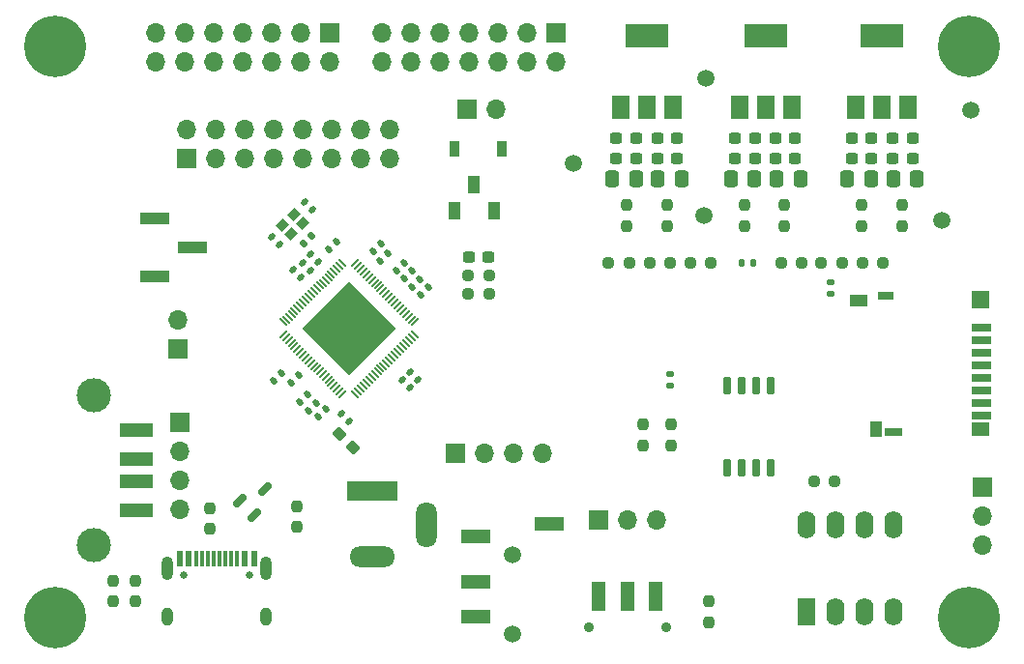
<source format=gbr>
%TF.GenerationSoftware,KiCad,Pcbnew,7.0.1*%
%TF.CreationDate,2024-02-21T01:36:57-05:00*%
%TF.ProjectId,12-30-23-Teacup.kicad_pcb-revC,31322d33-302d-4323-932d-546561637570,B*%
%TF.SameCoordinates,Original*%
%TF.FileFunction,Soldermask,Top*%
%TF.FilePolarity,Negative*%
%FSLAX46Y46*%
G04 Gerber Fmt 4.6, Leading zero omitted, Abs format (unit mm)*
G04 Created by KiCad (PCBNEW 7.0.1) date 2024-02-21 01:36:57*
%MOMM*%
%LPD*%
G01*
G04 APERTURE LIST*
G04 Aperture macros list*
%AMRoundRect*
0 Rectangle with rounded corners*
0 $1 Rounding radius*
0 $2 $3 $4 $5 $6 $7 $8 $9 X,Y pos of 4 corners*
0 Add a 4 corners polygon primitive as box body*
4,1,4,$2,$3,$4,$5,$6,$7,$8,$9,$2,$3,0*
0 Add four circle primitives for the rounded corners*
1,1,$1+$1,$2,$3*
1,1,$1+$1,$4,$5*
1,1,$1+$1,$6,$7*
1,1,$1+$1,$8,$9*
0 Add four rect primitives between the rounded corners*
20,1,$1+$1,$2,$3,$4,$5,0*
20,1,$1+$1,$4,$5,$6,$7,0*
20,1,$1+$1,$6,$7,$8,$9,0*
20,1,$1+$1,$8,$9,$2,$3,0*%
%AMRotRect*
0 Rectangle, with rotation*
0 The origin of the aperture is its center*
0 $1 length*
0 $2 width*
0 $3 Rotation angle, in degrees counterclockwise*
0 Add horizontal line*
21,1,$1,$2,0,0,$3*%
G04 Aperture macros list end*
%ADD10RoundRect,0.237500X0.300000X0.237500X-0.300000X0.237500X-0.300000X-0.237500X0.300000X-0.237500X0*%
%ADD11RoundRect,0.237500X-0.300000X-0.237500X0.300000X-0.237500X0.300000X0.237500X-0.300000X0.237500X0*%
%ADD12C,0.900000*%
%ADD13R,1.250000X2.500000*%
%ADD14RoundRect,0.135000X-0.185000X0.135000X-0.185000X-0.135000X0.185000X-0.135000X0.185000X0.135000X0*%
%ADD15C,1.500000*%
%ADD16RoundRect,0.140000X-0.219203X-0.021213X-0.021213X-0.219203X0.219203X0.021213X0.021213X0.219203X0*%
%ADD17R,1.500000X2.000000*%
%ADD18R,3.800000X2.000000*%
%ADD19C,0.800000*%
%ADD20C,5.400000*%
%ADD21RoundRect,0.250000X-0.337500X-0.475000X0.337500X-0.475000X0.337500X0.475000X-0.337500X0.475000X0*%
%ADD22RoundRect,0.150000X0.150000X-0.650000X0.150000X0.650000X-0.150000X0.650000X-0.150000X-0.650000X0*%
%ADD23R,1.000000X1.600000*%
%ADD24RoundRect,0.140000X0.219203X0.021213X0.021213X0.219203X-0.219203X-0.021213X-0.021213X-0.219203X0*%
%ADD25RoundRect,0.237500X0.237500X-0.250000X0.237500X0.250000X-0.237500X0.250000X-0.237500X-0.250000X0*%
%ADD26R,1.700000X1.700000*%
%ADD27O,1.700000X1.700000*%
%ADD28RoundRect,0.250000X0.337500X0.475000X-0.337500X0.475000X-0.337500X-0.475000X0.337500X-0.475000X0*%
%ADD29RoundRect,0.237500X-0.250000X-0.237500X0.250000X-0.237500X0.250000X0.237500X-0.250000X0.237500X0*%
%ADD30RoundRect,0.140000X0.021213X-0.219203X0.219203X-0.021213X-0.021213X0.219203X-0.219203X0.021213X0*%
%ADD31R,0.950000X1.400000*%
%ADD32R,1.750000X0.700000*%
%ADD33R,1.000000X1.450000*%
%ADD34R,1.550000X1.000000*%
%ADD35R,1.500000X0.800000*%
%ADD36R,1.500000X1.300000*%
%ADD37R,1.500000X1.500000*%
%ADD38R,1.400000X0.800000*%
%ADD39C,0.650000*%
%ADD40R,0.600000X1.450000*%
%ADD41R,0.300000X1.450000*%
%ADD42O,1.000000X2.100000*%
%ADD43O,1.000000X1.600000*%
%ADD44R,2.510000X1.000000*%
%ADD45R,2.500000X1.200000*%
%ADD46RoundRect,0.150000X-0.256326X-0.468458X0.468458X0.256326X0.256326X0.468458X-0.468458X-0.256326X0*%
%ADD47RoundRect,0.237500X0.250000X0.237500X-0.250000X0.237500X-0.250000X-0.237500X0.250000X-0.237500X0*%
%ADD48RoundRect,0.140000X-0.021213X0.219203X-0.219203X0.021213X0.021213X-0.219203X0.219203X-0.021213X0*%
%ADD49RotRect,0.150000X0.850000X45.000000*%
%ADD50RotRect,0.150000X0.850000X315.000000*%
%ADD51RotRect,5.800000X5.800000X315.000000*%
%ADD52RoundRect,0.237500X-0.237500X0.250000X-0.237500X-0.250000X0.237500X-0.250000X0.237500X0.250000X0*%
%ADD53RoundRect,0.140000X0.170000X-0.140000X0.170000X0.140000X-0.170000X0.140000X-0.170000X-0.140000X0*%
%ADD54R,3.000000X1.250000*%
%ADD55C,3.000000*%
%ADD56RoundRect,0.237500X-0.380070X0.044194X0.044194X-0.380070X0.380070X-0.044194X-0.044194X0.380070X0*%
%ADD57R,1.600000X2.400000*%
%ADD58O,1.600000X2.400000*%
%ADD59RotRect,0.900000X0.800000X45.000000*%
%ADD60R,4.400000X1.800000*%
%ADD61O,4.000000X1.800000*%
%ADD62O,1.800000X4.000000*%
%ADD63RoundRect,0.135000X0.035355X-0.226274X0.226274X-0.035355X-0.035355X0.226274X-0.226274X0.035355X0*%
%ADD64RoundRect,0.140000X-0.140000X-0.170000X0.140000X-0.170000X0.140000X0.170000X-0.140000X0.170000X0*%
G04 APERTURE END LIST*
D10*
%TO.C,C19*%
X202922500Y-73419999D03*
X201197500Y-73419999D03*
%TD*%
D11*
%TO.C,C2*%
X217737500Y-64800000D03*
X219462500Y-64800000D03*
%TD*%
D12*
%TO.C,SW2*%
X211700000Y-105900000D03*
X218500000Y-105900000D03*
D13*
X212600000Y-103150000D03*
X215100000Y-103150000D03*
X217600000Y-103150000D03*
%TD*%
D14*
%TO.C,R22*%
X232910000Y-75600000D03*
X232910000Y-76620000D03*
%TD*%
D15*
%TO.C,TP8*%
X245200000Y-60600000D03*
%TD*%
D16*
%TO.C,C20*%
X183951922Y-71693954D03*
X184630744Y-72372776D03*
%TD*%
D17*
%TO.C,U2*%
X224900000Y-60350000D03*
X227200000Y-60350000D03*
D18*
X227200000Y-54050000D03*
D17*
X229500000Y-60350000D03*
%TD*%
D19*
%TO.C,H4*%
X242975000Y-55000000D03*
X243568109Y-53568109D03*
X243568109Y-56431891D03*
X245000000Y-52975000D03*
D20*
X245000000Y-55000000D03*
D19*
X245000000Y-57025000D03*
X246431891Y-53568109D03*
X246431891Y-56431891D03*
X247025000Y-55000000D03*
%TD*%
D21*
%TO.C,C1*%
X217762500Y-66600000D03*
X219837500Y-66600000D03*
%TD*%
D22*
%TO.C,U4*%
X223860000Y-91900000D03*
X225130000Y-91900000D03*
X226400000Y-91900000D03*
X227670000Y-91900000D03*
X227670000Y-84700000D03*
X226400000Y-84700000D03*
X225130000Y-84700000D03*
X223860000Y-84700000D03*
%TD*%
D23*
%TO.C,S1*%
X199925000Y-69375000D03*
X201675000Y-67075000D03*
X203425000Y-69375000D03*
%TD*%
D15*
%TO.C,TP6*%
X242600000Y-70200000D03*
%TD*%
D24*
%TO.C,C37*%
X186529411Y-75209411D03*
X185850589Y-74530589D03*
%TD*%
D25*
%TO.C,R2*%
X218600000Y-70712500D03*
X218600000Y-68887500D03*
%TD*%
%TO.C,R3*%
X215000000Y-70712500D03*
X215000000Y-68887500D03*
%TD*%
D19*
%TO.C,H3*%
X242975000Y-105000000D03*
X243568109Y-103568109D03*
X243568109Y-106431891D03*
X245000000Y-102975000D03*
D20*
X245000000Y-105000000D03*
D19*
X245000000Y-107025000D03*
X246431891Y-103568109D03*
X246431891Y-106431891D03*
X247025000Y-105000000D03*
%TD*%
D26*
%TO.C,J12*%
X200010000Y-90590000D03*
D27*
X202550000Y-90590000D03*
X205090000Y-90590000D03*
X207630000Y-90590000D03*
%TD*%
D28*
%TO.C,C16*%
X240437500Y-66600000D03*
X238362500Y-66600000D03*
%TD*%
D29*
%TO.C,R18*%
X220587500Y-73987500D03*
X222412500Y-73987500D03*
%TD*%
D16*
%TO.C,C21*%
X186855224Y-68612939D03*
X187534046Y-69291761D03*
%TD*%
%TO.C,C38*%
X196100589Y-83500589D03*
X196779411Y-84179411D03*
%TD*%
D26*
%TO.C,J7*%
X208825000Y-53825000D03*
D27*
X208825000Y-56365000D03*
X206285000Y-53825000D03*
X206285000Y-56365000D03*
X203745000Y-53825000D03*
X203745000Y-56365000D03*
X201205000Y-53825000D03*
X201205000Y-56365000D03*
X198665000Y-53825000D03*
X198665000Y-56365000D03*
X196125000Y-53825000D03*
X196125000Y-56365000D03*
X193585000Y-53825000D03*
X193585000Y-56365000D03*
%TD*%
D29*
%TO.C,R17*%
X228537500Y-73987500D03*
X230362500Y-73987500D03*
%TD*%
D10*
%TO.C,C18*%
X240062500Y-63000000D03*
X238337500Y-63000000D03*
%TD*%
D25*
%TO.C,R8*%
X235600000Y-70712500D03*
X235600000Y-68887500D03*
%TD*%
D30*
%TO.C,C25*%
X188960589Y-72739411D03*
X189639411Y-72060589D03*
%TD*%
D31*
%TO.C,S2*%
X199950000Y-63975000D03*
X204100000Y-63975000D03*
%TD*%
D24*
%TO.C,C30*%
X188039411Y-73889411D03*
X187360589Y-73210589D03*
%TD*%
D29*
%TO.C,R15*%
X235662500Y-73987500D03*
X237487500Y-73987500D03*
%TD*%
D32*
%TO.C,J2*%
X246110000Y-79645000D03*
X246110000Y-80745000D03*
X246110000Y-81845000D03*
X246110000Y-82945000D03*
X246110000Y-84045000D03*
X246110000Y-85145000D03*
X246110000Y-86245000D03*
X246110000Y-87345000D03*
D33*
X236885000Y-88470000D03*
D34*
X235310000Y-77245000D03*
D35*
X238385000Y-88795000D03*
D36*
X245985000Y-88545000D03*
D37*
X245985000Y-77195000D03*
D38*
X237735000Y-76845000D03*
%TD*%
D39*
%TO.C,J1*%
X176252500Y-101267500D03*
X182032500Y-101267500D03*
D40*
X175892500Y-99822500D03*
X176692500Y-99822500D03*
D41*
X177892500Y-99822500D03*
X178892500Y-99822500D03*
X179392500Y-99822500D03*
X180392500Y-99822500D03*
D40*
X181592500Y-99822500D03*
X182392500Y-99822500D03*
X182392500Y-99822500D03*
X181592500Y-99822500D03*
D41*
X180892500Y-99822500D03*
X179892500Y-99822500D03*
X178392500Y-99822500D03*
X177392500Y-99822500D03*
D40*
X176692500Y-99822500D03*
X175892500Y-99822500D03*
D42*
X174822500Y-100737500D03*
D43*
X174822500Y-104917500D03*
D42*
X183462500Y-100737500D03*
D43*
X183462500Y-104917500D03*
%TD*%
D11*
%TO.C,C15*%
X234737500Y-63000000D03*
X236462500Y-63000000D03*
%TD*%
D44*
%TO.C,J15*%
X173745000Y-70085000D03*
X177055000Y-72625000D03*
X173745000Y-75165000D03*
%TD*%
D15*
%TO.C,J10*%
X205030000Y-106495000D03*
X205030000Y-99495000D03*
D45*
X201780000Y-101895000D03*
X201780000Y-104895000D03*
X208280000Y-96795000D03*
X201780000Y-97895000D03*
%TD*%
D10*
%TO.C,C5*%
X215862500Y-64800000D03*
X214137500Y-64800000D03*
%TD*%
D15*
%TO.C,TP1*%
X221800000Y-69800000D03*
%TD*%
D46*
%TO.C,D1*%
X181119581Y-94736917D03*
X182463083Y-96080419D03*
X183400000Y-93800000D03*
%TD*%
D10*
%TO.C,C12*%
X226262500Y-63000000D03*
X224537500Y-63000000D03*
%TD*%
D47*
%TO.C,R19*%
X218862500Y-73987500D03*
X217037500Y-73987500D03*
%TD*%
D48*
%TO.C,C43*%
X188689411Y-86760589D03*
X188010589Y-87439411D03*
%TD*%
%TO.C,C44*%
X184789411Y-83610589D03*
X184110589Y-84289411D03*
%TD*%
D49*
%TO.C,IC1*%
X190151992Y-73954757D03*
X189904505Y-74202245D03*
X189657017Y-74449732D03*
X189409530Y-74697220D03*
X189162043Y-74944707D03*
X188914555Y-75192194D03*
X188667068Y-75439682D03*
X188419581Y-75687169D03*
X188172093Y-75934656D03*
X187924606Y-76182144D03*
X187677119Y-76429631D03*
X187429631Y-76677119D03*
X187182144Y-76924606D03*
X186934656Y-77172093D03*
X186687169Y-77419581D03*
X186439682Y-77667068D03*
X186192194Y-77914555D03*
X185944707Y-78162043D03*
X185697220Y-78409530D03*
X185449732Y-78657017D03*
X185202245Y-78904505D03*
X184954757Y-79151992D03*
D50*
X184954757Y-80248008D03*
X185202245Y-80495495D03*
X185449732Y-80742983D03*
X185697220Y-80990470D03*
X185944707Y-81237957D03*
X186192194Y-81485445D03*
X186439682Y-81732932D03*
X186687169Y-81980419D03*
X186934656Y-82227907D03*
X187182144Y-82475394D03*
X187429631Y-82722881D03*
X187677119Y-82970369D03*
X187924606Y-83217856D03*
X188172093Y-83465344D03*
X188419581Y-83712831D03*
X188667068Y-83960318D03*
X188914555Y-84207806D03*
X189162043Y-84455293D03*
X189409530Y-84702780D03*
X189657017Y-84950268D03*
X189904505Y-85197755D03*
X190151992Y-85445243D03*
D49*
X191248008Y-85445243D03*
X191495495Y-85197755D03*
X191742983Y-84950268D03*
X191990470Y-84702780D03*
X192237957Y-84455293D03*
X192485445Y-84207806D03*
X192732932Y-83960318D03*
X192980419Y-83712831D03*
X193227907Y-83465344D03*
X193475394Y-83217856D03*
X193722881Y-82970369D03*
X193970369Y-82722881D03*
X194217856Y-82475394D03*
X194465344Y-82227907D03*
X194712831Y-81980419D03*
X194960318Y-81732932D03*
X195207806Y-81485445D03*
X195455293Y-81237957D03*
X195702780Y-80990470D03*
X195950268Y-80742983D03*
X196197755Y-80495495D03*
X196445243Y-80248008D03*
D50*
X196445243Y-79151992D03*
X196197755Y-78904505D03*
X195950268Y-78657017D03*
X195702780Y-78409530D03*
X195455293Y-78162043D03*
X195207806Y-77914555D03*
X194960318Y-77667068D03*
X194712831Y-77419581D03*
X194465344Y-77172093D03*
X194217856Y-76924606D03*
X193970369Y-76677119D03*
X193722881Y-76429631D03*
X193475394Y-76182144D03*
X193227907Y-75934656D03*
X192980419Y-75687169D03*
X192732932Y-75439682D03*
X192485445Y-75192194D03*
X192237957Y-74944707D03*
X191990470Y-74697220D03*
X191742983Y-74449732D03*
X191495495Y-74202245D03*
X191248008Y-73954757D03*
D51*
X190700000Y-79700000D03*
%TD*%
D52*
%TO.C,R13*%
X218900000Y-88087500D03*
X218900000Y-89912500D03*
%TD*%
D47*
%TO.C,R16*%
X233912500Y-73987500D03*
X232087500Y-73987500D03*
%TD*%
D26*
%TO.C,J6*%
X189025000Y-53825000D03*
D27*
X189025000Y-56365000D03*
X186485000Y-53825000D03*
X186485000Y-56365000D03*
X183945000Y-53825000D03*
X183945000Y-56365000D03*
X181405000Y-53825000D03*
X181405000Y-56365000D03*
X178865000Y-53825000D03*
X178865000Y-56365000D03*
X176325000Y-53825000D03*
X176325000Y-56365000D03*
X173785000Y-53825000D03*
X173785000Y-56365000D03*
%TD*%
D25*
%TO.C,R1*%
X170050000Y-103622500D03*
X170050000Y-101797500D03*
%TD*%
D17*
%TO.C,U3*%
X235090000Y-60350000D03*
X237390000Y-60350000D03*
D18*
X237390000Y-54050000D03*
D17*
X239690000Y-60350000D03*
%TD*%
D47*
%TO.C,R11*%
X202972500Y-75020000D03*
X201147500Y-75020000D03*
%TD*%
D19*
%TO.C,H1*%
X162975000Y-105000000D03*
X163568109Y-103568109D03*
X163568109Y-106431891D03*
X165000000Y-102975000D03*
D20*
X165000000Y-105000000D03*
D19*
X165000000Y-107025000D03*
X166431891Y-103568109D03*
X166431891Y-106431891D03*
X167025000Y-105000000D03*
%TD*%
D21*
%TO.C,C13*%
X234362500Y-66600000D03*
X236437500Y-66600000D03*
%TD*%
D48*
%TO.C,C39*%
X187109411Y-85450589D03*
X186430589Y-86129411D03*
%TD*%
D15*
%TO.C,TP2*%
X210400000Y-65200000D03*
%TD*%
D17*
%TO.C,U1*%
X214500000Y-60350000D03*
X216800000Y-60350000D03*
D18*
X216800000Y-54050000D03*
D17*
X219100000Y-60350000D03*
%TD*%
D11*
%TO.C,C9*%
X228037500Y-63000000D03*
X229762500Y-63000000D03*
%TD*%
D26*
%TO.C,J5*%
X246170000Y-93570000D03*
D27*
X246170000Y-96110000D03*
X246170000Y-98650000D03*
%TD*%
D53*
%TO.C,C23*%
X218800000Y-84680000D03*
X218800000Y-83720000D03*
%TD*%
D26*
%TO.C,J4*%
X176525000Y-64775000D03*
D27*
X176525000Y-62235000D03*
X179065000Y-64775000D03*
X179065000Y-62235000D03*
X181605000Y-64775000D03*
X181605000Y-62235000D03*
X184145000Y-64775000D03*
X184145000Y-62235000D03*
X186685000Y-64775000D03*
X186685000Y-62235000D03*
X189225000Y-64775000D03*
X189225000Y-62235000D03*
X191765000Y-64775000D03*
X191765000Y-62235000D03*
X194305000Y-64775000D03*
X194305000Y-62235000D03*
%TD*%
D26*
%TO.C,J11*%
X175890000Y-87910000D03*
D27*
X175890000Y-90450000D03*
X175890000Y-92990000D03*
X175890000Y-95530000D03*
%TD*%
D24*
%TO.C,C34*%
X187339411Y-74589411D03*
X186660589Y-73910589D03*
%TD*%
D54*
%TO.C,J3*%
X172080000Y-88600000D03*
X172080000Y-91100000D03*
X172080000Y-93100000D03*
X172080000Y-95600000D03*
D55*
X168400000Y-85530000D03*
X168400000Y-98670000D03*
%TD*%
D10*
%TO.C,C11*%
X226262500Y-64800000D03*
X224537500Y-64800000D03*
%TD*%
D25*
%TO.C,R9*%
X239200000Y-70712500D03*
X239200000Y-68887500D03*
%TD*%
D30*
%TO.C,C46*%
X196960589Y-76739411D03*
X197639411Y-76060589D03*
%TD*%
%TO.C,C45*%
X193460589Y-73739411D03*
X194139411Y-73060589D03*
%TD*%
D19*
%TO.C,H2*%
X162975000Y-55000000D03*
X163568109Y-53568109D03*
X163568109Y-56431891D03*
X165000000Y-52975000D03*
D20*
X165000000Y-55000000D03*
D19*
X165000000Y-57025000D03*
X166431891Y-53568109D03*
X166431891Y-56431891D03*
X167025000Y-55000000D03*
%TD*%
D11*
%TO.C,C8*%
X228075000Y-64800000D03*
X229800000Y-64800000D03*
%TD*%
D56*
%TO.C,C22*%
X189890120Y-88940120D03*
X191109880Y-90159880D03*
%TD*%
D10*
%TO.C,C6*%
X215862500Y-63000000D03*
X214137500Y-63000000D03*
%TD*%
D25*
%TO.C,R25*%
X172000000Y-103622500D03*
X172000000Y-101797500D03*
%TD*%
D47*
%TO.C,R14*%
X233237500Y-93100000D03*
X231412500Y-93100000D03*
%TD*%
D10*
%TO.C,C17*%
X240062500Y-64800000D03*
X238337500Y-64800000D03*
%TD*%
D16*
%TO.C,C42*%
X195350589Y-84200589D03*
X196029411Y-84879411D03*
%TD*%
D25*
%TO.C,R7*%
X225400000Y-70712500D03*
X225400000Y-68887500D03*
%TD*%
D30*
%TO.C,C41*%
X195540589Y-75339411D03*
X196219411Y-74660589D03*
%TD*%
D26*
%TO.C,J9*%
X201025000Y-60475000D03*
D27*
X203565000Y-60475000D03*
%TD*%
D26*
%TO.C,J14*%
X175725000Y-81465000D03*
D27*
X175725000Y-78925000D03*
%TD*%
D30*
%TO.C,C26*%
X196250589Y-76029411D03*
X196929411Y-75350589D03*
%TD*%
D48*
%TO.C,C32*%
X186339411Y-83810589D03*
X185660589Y-84489411D03*
%TD*%
D25*
%TO.C,R12*%
X216500000Y-89912500D03*
X216500000Y-88087500D03*
%TD*%
D16*
%TO.C,C31*%
X190010589Y-87160589D03*
X190689411Y-87839411D03*
%TD*%
D47*
%TO.C,R10*%
X202972500Y-76619999D03*
X201147500Y-76619999D03*
%TD*%
D21*
%TO.C,C7*%
X228162500Y-66600000D03*
X230237500Y-66600000D03*
%TD*%
D57*
%TO.C,U5*%
X230775000Y-104475000D03*
D58*
X233315000Y-104475000D03*
X235855000Y-104475000D03*
X238395000Y-104475000D03*
X238395000Y-96855000D03*
X235855000Y-96855000D03*
X233315000Y-96855000D03*
X230775000Y-96855000D03*
%TD*%
D25*
%TO.C,R5*%
X186170000Y-97072500D03*
X186170000Y-95247500D03*
%TD*%
D48*
%TO.C,C28*%
X187849411Y-86210589D03*
X187170589Y-86889411D03*
%TD*%
D59*
%TO.C,Y1*%
X185652514Y-71450000D03*
X186642463Y-70460051D03*
X185864646Y-69682234D03*
X184874697Y-70672183D03*
%TD*%
D60*
%TO.C,J8*%
X192740000Y-93900000D03*
D61*
X192740000Y-99700000D03*
D62*
X197540000Y-96900000D03*
%TD*%
D30*
%TO.C,C36*%
X192860589Y-72939411D03*
X193539411Y-72260589D03*
%TD*%
D25*
%TO.C,R6*%
X228800000Y-70712500D03*
X228800000Y-68887500D03*
%TD*%
D11*
%TO.C,C14*%
X234737500Y-64800000D03*
X236462500Y-64800000D03*
%TD*%
D63*
%TO.C,R21*%
X186730852Y-72280852D03*
X187452100Y-71559604D03*
%TD*%
D11*
%TO.C,C3*%
X217737500Y-63000000D03*
X219462500Y-63000000D03*
%TD*%
D29*
%TO.C,R20*%
X213437500Y-73987500D03*
X215262500Y-73987500D03*
%TD*%
D15*
%TO.C,TP4*%
X222000000Y-57800000D03*
%TD*%
D52*
%TO.C,R4*%
X178530000Y-95437500D03*
X178530000Y-97262500D03*
%TD*%
D30*
%TO.C,C35*%
X194840589Y-74619411D03*
X195519411Y-73940589D03*
%TD*%
D28*
%TO.C,C10*%
X226237500Y-66600000D03*
X224162500Y-66600000D03*
%TD*%
D64*
%TO.C,C24*%
X225145000Y-73987500D03*
X226105000Y-73987500D03*
%TD*%
D26*
%TO.C,J16*%
X212570000Y-96450000D03*
D27*
X215110000Y-96450000D03*
X217650000Y-96450000D03*
%TD*%
D25*
%TO.C,R24*%
X222200000Y-105412500D03*
X222200000Y-103587500D03*
%TD*%
D28*
%TO.C,C4*%
X215837500Y-66600000D03*
X213762500Y-66600000D03*
%TD*%
M02*

</source>
